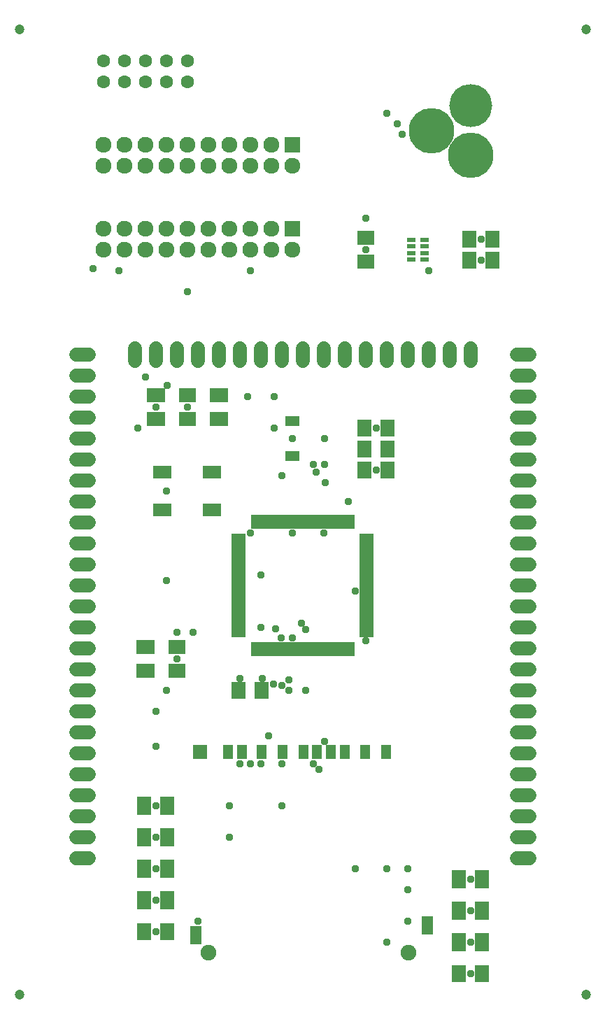
<source format=gbr>
G04 EAGLE Gerber RS-274X export*
G75*
%MOMM*%
%FSLAX34Y34*%
%LPD*%
%INSoldermask Top*%
%IPPOS*%
%AMOC8*
5,1,8,0,0,1.08239X$1,22.5*%
G01*
%ADD10C,1.203200*%
%ADD11R,1.803200X2.003200*%
%ADD12R,2.003200X1.803200*%
%ADD13C,1.600200*%
%ADD14R,1.003200X0.603200*%
%ADD15R,1.678200X0.503200*%
%ADD16R,0.503200X1.678200*%
%ADD17R,1.928200X1.928200*%
%ADD18C,1.928200*%
%ADD19R,1.203200X1.703200*%
%ADD20R,1.403200X2.203200*%
%ADD21C,1.903200*%
%ADD22R,1.653200X1.703200*%
%ADD23C,5.503200*%
%ADD24C,5.203200*%
%ADD25C,1.727200*%
%ADD26R,1.803200X1.203200*%
%ADD27R,1.803200X2.203200*%
%ADD28R,2.203200X1.803200*%
%ADD29R,2.303200X1.603200*%
%ADD30C,0.959600*%


D10*
X12700Y12700D03*
X698500Y12700D03*
X12700Y1181100D03*
X698500Y1181100D03*
D11*
X544800Y38100D03*
X572800Y38100D03*
X430500Y647700D03*
X458500Y647700D03*
X430500Y673100D03*
X458500Y673100D03*
X191800Y88900D03*
X163800Y88900D03*
D12*
X215900Y737900D03*
X215900Y709900D03*
D11*
X557500Y927100D03*
X585500Y927100D03*
X557500Y901700D03*
X585500Y901700D03*
D12*
X431800Y900400D03*
X431800Y928400D03*
D11*
X430500Y698500D03*
X458500Y698500D03*
D12*
X203200Y433100D03*
X203200Y405100D03*
D11*
X306100Y381000D03*
X278100Y381000D03*
D13*
X215900Y1143000D03*
X215900Y1117600D03*
X190500Y1143000D03*
X190500Y1117600D03*
X165100Y1143000D03*
X165100Y1117600D03*
X139700Y1143000D03*
X139700Y1117600D03*
X114300Y1143000D03*
X114300Y1117600D03*
D14*
X503300Y902400D03*
X503300Y910400D03*
X503300Y918400D03*
X503300Y926400D03*
X487300Y926400D03*
X487300Y918400D03*
X487300Y910400D03*
X487300Y902400D03*
D15*
X278220Y568000D03*
X278220Y563000D03*
X278220Y558000D03*
X278220Y553000D03*
X278220Y548000D03*
X278220Y543000D03*
X278220Y538000D03*
X278220Y533000D03*
X278220Y528000D03*
X278220Y523000D03*
X278220Y518000D03*
X278220Y513000D03*
X278220Y508000D03*
X278220Y503000D03*
X278220Y498000D03*
X278220Y493000D03*
X278220Y488000D03*
X278220Y483000D03*
X278220Y478000D03*
X278220Y473000D03*
X278220Y468000D03*
X278220Y463000D03*
X278220Y458000D03*
X278220Y453000D03*
X278220Y448000D03*
D16*
X295600Y430620D03*
X300600Y430620D03*
X305600Y430620D03*
X310600Y430620D03*
X315600Y430620D03*
X320600Y430620D03*
X325600Y430620D03*
X330600Y430620D03*
X335600Y430620D03*
X340600Y430620D03*
X345600Y430620D03*
X350600Y430620D03*
X355600Y430620D03*
X360600Y430620D03*
X365600Y430620D03*
X370600Y430620D03*
X375600Y430620D03*
X380600Y430620D03*
X385600Y430620D03*
X390600Y430620D03*
X395600Y430620D03*
X400600Y430620D03*
X405600Y430620D03*
X410600Y430620D03*
X415600Y430620D03*
D15*
X432980Y448000D03*
X432980Y453000D03*
X432980Y458000D03*
X432980Y463000D03*
X432980Y468000D03*
X432980Y473000D03*
X432980Y478000D03*
X432980Y483000D03*
X432980Y488000D03*
X432980Y493000D03*
X432980Y498000D03*
X432980Y503000D03*
X432980Y508000D03*
X432980Y513000D03*
X432980Y518000D03*
X432980Y523000D03*
X432980Y528000D03*
X432980Y533000D03*
X432980Y538000D03*
X432980Y543000D03*
X432980Y548000D03*
X432980Y553000D03*
X432980Y558000D03*
X432980Y563000D03*
X432980Y568000D03*
D16*
X415600Y585380D03*
X410600Y585380D03*
X405600Y585380D03*
X400600Y585380D03*
X395600Y585380D03*
X390600Y585380D03*
X385600Y585380D03*
X380600Y585380D03*
X375600Y585380D03*
X370600Y585380D03*
X365600Y585380D03*
X360600Y585380D03*
X355600Y585380D03*
X350600Y585380D03*
X345600Y585380D03*
X340600Y585380D03*
X335600Y585380D03*
X330600Y585380D03*
X325600Y585380D03*
X320600Y585380D03*
X315600Y585380D03*
X310600Y585380D03*
X305600Y585380D03*
X300600Y585380D03*
X295600Y585380D03*
D17*
X342900Y939800D03*
D18*
X342900Y914400D03*
X317500Y939800D03*
X317500Y914400D03*
X292100Y939800D03*
X292100Y914400D03*
X266700Y939800D03*
X266700Y914400D03*
X241300Y939800D03*
X241300Y914400D03*
X215900Y939800D03*
X215900Y914400D03*
X190500Y939800D03*
X190500Y914400D03*
X165100Y939800D03*
X165100Y914400D03*
X139700Y939800D03*
X139700Y914400D03*
X114300Y939800D03*
X114300Y914400D03*
D19*
X431300Y306930D03*
X406300Y306930D03*
X372800Y306930D03*
X356300Y306930D03*
X331300Y306930D03*
X306300Y306930D03*
X282000Y306930D03*
X265000Y306930D03*
X456300Y306930D03*
D20*
X506300Y96830D03*
X226300Y84830D03*
D19*
X389300Y306930D03*
D21*
X483300Y63830D03*
X241800Y63830D03*
D22*
X231500Y306930D03*
D23*
X558800Y1028700D03*
D24*
X558800Y1088700D03*
D23*
X511800Y1058700D03*
D25*
X614680Y787400D02*
X629920Y787400D01*
X629920Y762000D02*
X614680Y762000D01*
X614680Y736600D02*
X629920Y736600D01*
X629920Y711200D02*
X614680Y711200D01*
X614680Y685800D02*
X629920Y685800D01*
X629920Y660400D02*
X614680Y660400D01*
X614680Y635000D02*
X629920Y635000D01*
X629920Y609600D02*
X614680Y609600D01*
X614680Y584200D02*
X629920Y584200D01*
X629920Y558800D02*
X614680Y558800D01*
X614680Y533400D02*
X629920Y533400D01*
X629920Y508000D02*
X614680Y508000D01*
X614680Y482600D02*
X629920Y482600D01*
X629920Y457200D02*
X614680Y457200D01*
X614680Y431800D02*
X629920Y431800D01*
X629920Y406400D02*
X614680Y406400D01*
X614680Y381000D02*
X629920Y381000D01*
X629920Y355600D02*
X614680Y355600D01*
X614680Y330200D02*
X629920Y330200D01*
X629920Y304800D02*
X614680Y304800D01*
X614680Y279400D02*
X629920Y279400D01*
X629920Y254000D02*
X614680Y254000D01*
X614680Y228600D02*
X629920Y228600D01*
X629920Y203200D02*
X614680Y203200D01*
X614680Y177800D02*
X629920Y177800D01*
X96520Y177800D02*
X81280Y177800D01*
X81280Y203200D02*
X96520Y203200D01*
X96520Y228600D02*
X81280Y228600D01*
X81280Y254000D02*
X96520Y254000D01*
X96520Y279400D02*
X81280Y279400D01*
X81280Y304800D02*
X96520Y304800D01*
X96520Y330200D02*
X81280Y330200D01*
X81280Y355600D02*
X96520Y355600D01*
X96520Y381000D02*
X81280Y381000D01*
X81280Y406400D02*
X96520Y406400D01*
X96520Y431800D02*
X81280Y431800D01*
X81280Y457200D02*
X96520Y457200D01*
X96520Y482600D02*
X81280Y482600D01*
X81280Y508000D02*
X96520Y508000D01*
X96520Y533400D02*
X81280Y533400D01*
X81280Y558800D02*
X96520Y558800D01*
X96520Y584200D02*
X81280Y584200D01*
X81280Y609600D02*
X96520Y609600D01*
X96520Y635000D02*
X81280Y635000D01*
X81280Y660400D02*
X96520Y660400D01*
X96520Y685800D02*
X81280Y685800D01*
X81280Y711200D02*
X96520Y711200D01*
X96520Y736600D02*
X81280Y736600D01*
X81280Y762000D02*
X96520Y762000D01*
X96520Y787400D02*
X81280Y787400D01*
X152400Y779780D02*
X152400Y795020D01*
X177800Y795020D02*
X177800Y779780D01*
X203200Y779780D02*
X203200Y795020D01*
X228600Y795020D02*
X228600Y779780D01*
X254000Y779780D02*
X254000Y795020D01*
X279400Y795020D02*
X279400Y779780D01*
X304800Y779780D02*
X304800Y795020D01*
X330200Y795020D02*
X330200Y779780D01*
X355600Y779780D02*
X355600Y795020D01*
X381000Y795020D02*
X381000Y779780D01*
X406400Y779780D02*
X406400Y795020D01*
X431800Y795020D02*
X431800Y779780D01*
X457200Y779780D02*
X457200Y795020D01*
X482600Y795020D02*
X482600Y779780D01*
X508000Y779780D02*
X508000Y795020D01*
X533400Y795020D02*
X533400Y779780D01*
X558800Y779780D02*
X558800Y795020D01*
D26*
X342900Y664800D03*
X342900Y706800D03*
D27*
X163800Y241300D03*
X191800Y241300D03*
X163800Y203200D03*
X191800Y203200D03*
X163800Y165100D03*
X191800Y165100D03*
X572800Y76200D03*
X544800Y76200D03*
X163800Y127000D03*
X191800Y127000D03*
X572800Y152400D03*
X544800Y152400D03*
X572800Y114300D03*
X544800Y114300D03*
D28*
X177800Y737900D03*
X177800Y709900D03*
X254000Y737900D03*
X254000Y709900D03*
D29*
X245900Y599800D03*
X185900Y599800D03*
X245900Y644800D03*
X185900Y644800D03*
D17*
X342900Y1041400D03*
D18*
X342900Y1016000D03*
X317500Y1041400D03*
X317500Y1016000D03*
X292100Y1041400D03*
X292100Y1016000D03*
X266700Y1041400D03*
X266700Y1016000D03*
X241300Y1041400D03*
X241300Y1016000D03*
X215900Y1041400D03*
X215900Y1016000D03*
X190500Y1041400D03*
X190500Y1016000D03*
X165100Y1041400D03*
X165100Y1016000D03*
X139700Y1041400D03*
X139700Y1016000D03*
X114300Y1041400D03*
X114300Y1016000D03*
D28*
X165100Y433100D03*
X165100Y405100D03*
D30*
X353770Y462609D03*
X571500Y901700D03*
X444500Y698500D03*
X339278Y381000D03*
X359278Y381000D03*
X508000Y889000D03*
X410962Y609600D03*
X190500Y514322D03*
X431800Y914400D03*
X203200Y419100D03*
X177800Y723900D03*
X191202Y750002D03*
X177800Y355600D03*
X177800Y313210D03*
X320962Y736600D03*
X289278Y736600D03*
X132870Y889000D03*
X292100Y889000D03*
X101600Y891258D03*
X339278Y393700D03*
X304800Y292100D03*
X558800Y114300D03*
X342900Y444500D03*
X368300Y292100D03*
X558800Y152400D03*
X330200Y387322D03*
X330200Y292100D03*
X177800Y241300D03*
X266700Y241300D03*
X330200Y241300D03*
X419100Y165100D03*
X329278Y444500D03*
X375638Y285674D03*
X177800Y127000D03*
X457200Y76200D03*
X482600Y139700D03*
X482600Y165100D03*
X320582Y388338D03*
X457200Y165100D03*
X306922Y395306D03*
X292100Y292100D03*
X558800Y76200D03*
X279400Y395306D03*
X279400Y292100D03*
X177800Y165100D03*
X215900Y863600D03*
X203200Y451678D03*
X222730Y451678D03*
X292100Y571500D03*
X330200Y640870D03*
X165100Y760250D03*
X381000Y571500D03*
X476222Y1054100D03*
X383274Y632726D03*
X469900Y1066800D03*
X381960Y654078D03*
X457200Y1079500D03*
X371922Y644990D03*
X368300Y654078D03*
X320962Y698721D03*
X156182Y698500D03*
X190500Y622300D03*
X304800Y457200D03*
X304800Y520700D03*
X322430Y455779D03*
X431800Y441170D03*
X419100Y501170D03*
X444500Y647700D03*
X571500Y927100D03*
X190500Y381000D03*
X381960Y319594D03*
X558800Y38100D03*
X431800Y952500D03*
X342900Y571500D03*
X215900Y723900D03*
X358844Y454830D03*
X177800Y88900D03*
X228600Y101600D03*
X482600Y101600D03*
X314260Y325910D03*
X177800Y203200D03*
X266700Y203200D03*
X342900Y685800D03*
X381734Y685800D03*
M02*

</source>
